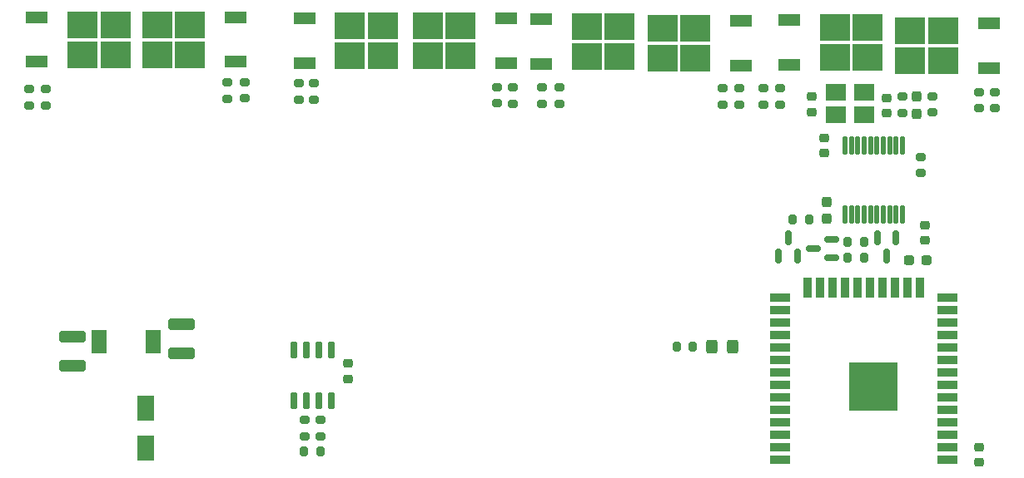
<source format=gbr>
%TF.GenerationSoftware,KiCad,Pcbnew,(5.99.0-12255-gad1ee958b0)*%
%TF.CreationDate,2022-02-21T16:33:45+02:00*%
%TF.ProjectId,esp32-ledstrip-driver,65737033-322d-46c6-9564-73747269702d,rev?*%
%TF.SameCoordinates,Original*%
%TF.FileFunction,Paste,Top*%
%TF.FilePolarity,Positive*%
%FSLAX46Y46*%
G04 Gerber Fmt 4.6, Leading zero omitted, Abs format (unit mm)*
G04 Created by KiCad (PCBNEW (5.99.0-12255-gad1ee958b0)) date 2022-02-21 16:33:45*
%MOMM*%
%LPD*%
G01*
G04 APERTURE LIST*
G04 Aperture macros list*
%AMRoundRect*
0 Rectangle with rounded corners*
0 $1 Rounding radius*
0 $2 $3 $4 $5 $6 $7 $8 $9 X,Y pos of 4 corners*
0 Add a 4 corners polygon primitive as box body*
4,1,4,$2,$3,$4,$5,$6,$7,$8,$9,$2,$3,0*
0 Add four circle primitives for the rounded corners*
1,1,$1+$1,$2,$3*
1,1,$1+$1,$4,$5*
1,1,$1+$1,$6,$7*
1,1,$1+$1,$8,$9*
0 Add four rect primitives between the rounded corners*
20,1,$1+$1,$2,$3,$4,$5,0*
20,1,$1+$1,$4,$5,$6,$7,0*
20,1,$1+$1,$6,$7,$8,$9,0*
20,1,$1+$1,$8,$9,$2,$3,0*%
G04 Aperture macros list end*
%ADD10RoundRect,0.200000X-0.200000X-0.275000X0.200000X-0.275000X0.200000X0.275000X-0.200000X0.275000X0*%
%ADD11RoundRect,0.200000X-0.275000X0.200000X-0.275000X-0.200000X0.275000X-0.200000X0.275000X0.200000X0*%
%ADD12RoundRect,0.150000X0.150000X-0.587500X0.150000X0.587500X-0.150000X0.587500X-0.150000X-0.587500X0*%
%ADD13RoundRect,0.125000X-0.125000X0.825000X-0.125000X-0.825000X0.125000X-0.825000X0.125000X0.825000X0*%
%ADD14R,3.050000X2.750000*%
%ADD15R,2.200000X1.200000*%
%ADD16RoundRect,0.200000X0.275000X-0.200000X0.275000X0.200000X-0.275000X0.200000X-0.275000X-0.200000X0*%
%ADD17RoundRect,0.250000X-1.100000X0.325000X-1.100000X-0.325000X1.100000X-0.325000X1.100000X0.325000X0*%
%ADD18RoundRect,0.200000X0.200000X0.275000X-0.200000X0.275000X-0.200000X-0.275000X0.200000X-0.275000X0*%
%ADD19RoundRect,0.225000X-0.250000X0.225000X-0.250000X-0.225000X0.250000X-0.225000X0.250000X0.225000X0*%
%ADD20RoundRect,0.237500X0.237500X-0.287500X0.237500X0.287500X-0.237500X0.287500X-0.237500X-0.287500X0*%
%ADD21R,2.000000X0.900000*%
%ADD22R,0.900000X2.000000*%
%ADD23R,5.000000X5.000000*%
%ADD24RoundRect,0.250000X1.100000X-0.325000X1.100000X0.325000X-1.100000X0.325000X-1.100000X-0.325000X0*%
%ADD25RoundRect,0.225000X0.250000X-0.225000X0.250000X0.225000X-0.250000X0.225000X-0.250000X-0.225000X0*%
%ADD26RoundRect,0.250000X-0.325000X-0.450000X0.325000X-0.450000X0.325000X0.450000X-0.325000X0.450000X0*%
%ADD27R,2.100000X1.800000*%
%ADD28RoundRect,0.150000X0.587500X0.150000X-0.587500X0.150000X-0.587500X-0.150000X0.587500X-0.150000X0*%
%ADD29RoundRect,0.150000X-0.150000X0.587500X-0.150000X-0.587500X0.150000X-0.587500X0.150000X0.587500X0*%
%ADD30RoundRect,0.150000X-0.150000X0.725000X-0.150000X-0.725000X0.150000X-0.725000X0.150000X0.725000X0*%
%ADD31R,1.500000X2.400000*%
%ADD32RoundRect,0.237500X0.287500X0.237500X-0.287500X0.237500X-0.287500X-0.237500X0.287500X-0.237500X0*%
%ADD33R,1.800000X2.500000*%
G04 APERTURE END LIST*
D10*
%TO.C,R22*%
X153375000Y-95600000D03*
X155025000Y-95600000D03*
%TD*%
D11*
%TO.C,R13*%
X142300000Y-79975000D03*
X142300000Y-81625000D03*
%TD*%
D12*
%TO.C,D5*%
X146350000Y-97037500D03*
X148250000Y-97037500D03*
X147300000Y-95162500D03*
%TD*%
D11*
%TO.C,R12*%
X144800000Y-79975000D03*
X144800000Y-81625000D03*
%TD*%
D13*
%TO.C,U4*%
X158925000Y-85800000D03*
X158275000Y-85800000D03*
X157625000Y-85800000D03*
X156975000Y-85800000D03*
X156325000Y-85800000D03*
X155675000Y-85800000D03*
X155025000Y-85800000D03*
X154375000Y-85800000D03*
X153725000Y-85800000D03*
X153075000Y-85800000D03*
X153075000Y-92800000D03*
X153725000Y-92800000D03*
X154375000Y-92800000D03*
X155025000Y-92800000D03*
X155675000Y-92800000D03*
X156325000Y-92800000D03*
X156975000Y-92800000D03*
X157625000Y-92800000D03*
X158275000Y-92800000D03*
X158925000Y-92800000D03*
%TD*%
D14*
%TO.C,Q6*%
X130175000Y-73675000D03*
X126825000Y-76725000D03*
X130175000Y-76725000D03*
X126825000Y-73675000D03*
D15*
X122200000Y-72920000D03*
X122200000Y-77480000D03*
%TD*%
D10*
%TO.C,R26*%
X135975000Y-106300000D03*
X137625000Y-106300000D03*
%TD*%
D16*
%TO.C,R8*%
X124000000Y-81525000D03*
X124000000Y-79875000D03*
%TD*%
%TO.C,R6*%
X146500000Y-81625000D03*
X146500000Y-79975000D03*
%TD*%
D17*
%TO.C,C2*%
X74500000Y-105300000D03*
X74500000Y-108250000D03*
%TD*%
D14*
%TO.C,Q1*%
X86475000Y-73475000D03*
X86475000Y-76525000D03*
X83125000Y-73475000D03*
X83125000Y-76525000D03*
D15*
X91100000Y-77280000D03*
X91100000Y-72720000D03*
%TD*%
D16*
%TO.C,R3*%
X90300000Y-81025000D03*
X90300000Y-79375000D03*
%TD*%
%TO.C,R10*%
X99100000Y-81125000D03*
X99100000Y-79475000D03*
%TD*%
D18*
%TO.C,R25*%
X149425000Y-93300000D03*
X147775000Y-93300000D03*
%TD*%
D10*
%TO.C,R19*%
X98050000Y-116975000D03*
X99700000Y-116975000D03*
%TD*%
D14*
%TO.C,Q7*%
X110625000Y-76625000D03*
X113975000Y-73575000D03*
X110625000Y-73575000D03*
X113975000Y-76625000D03*
D15*
X118600000Y-77380000D03*
X118600000Y-72820000D03*
%TD*%
D19*
%TO.C,C3*%
X166700000Y-116500000D03*
X166700000Y-118050000D03*
%TD*%
D14*
%TO.C,Q8*%
X102725000Y-73575000D03*
X106075000Y-76625000D03*
X102725000Y-76625000D03*
X106075000Y-73575000D03*
D15*
X98100000Y-72820000D03*
X98100000Y-77380000D03*
%TD*%
D16*
%TO.C,R9*%
X117700000Y-81500000D03*
X117700000Y-79850000D03*
%TD*%
%TO.C,R7*%
X140600000Y-81625000D03*
X140600000Y-79975000D03*
%TD*%
D20*
%TO.C,D3*%
X151200000Y-93275000D03*
X151200000Y-91525000D03*
%TD*%
D11*
%TO.C,R11*%
X168300000Y-80375000D03*
X168300000Y-82025000D03*
%TD*%
D21*
%TO.C,U1*%
X163500000Y-117805000D03*
X163500000Y-116535000D03*
X163500000Y-115265000D03*
X163500000Y-113995000D03*
X163500000Y-112725000D03*
X163500000Y-111455000D03*
X163500000Y-110185000D03*
X163500000Y-108915000D03*
X163500000Y-107645000D03*
X163500000Y-106375000D03*
X163500000Y-105105000D03*
X163500000Y-103835000D03*
X163500000Y-102565000D03*
X163500000Y-101295000D03*
D22*
X160715000Y-100295000D03*
X159445000Y-100295000D03*
X158175000Y-100295000D03*
X156905000Y-100295000D03*
X155635000Y-100295000D03*
X154365000Y-100295000D03*
X153095000Y-100295000D03*
X151825000Y-100295000D03*
X150555000Y-100295000D03*
X149285000Y-100295000D03*
D21*
X146500000Y-101295000D03*
X146500000Y-102565000D03*
X146500000Y-103835000D03*
X146500000Y-105105000D03*
X146500000Y-106375000D03*
X146500000Y-107645000D03*
X146500000Y-108915000D03*
X146500000Y-110185000D03*
X146500000Y-111455000D03*
X146500000Y-112725000D03*
X146500000Y-113995000D03*
X146500000Y-115265000D03*
X146500000Y-116535000D03*
X146500000Y-117805000D03*
D23*
X156000000Y-110305000D03*
%TD*%
D11*
%TO.C,R14*%
X122300000Y-79875000D03*
X122300000Y-81525000D03*
%TD*%
D14*
%TO.C,Q2*%
X75525000Y-76525000D03*
X75525000Y-73475000D03*
X78875000Y-76525000D03*
X78875000Y-73475000D03*
D15*
X70900000Y-72720000D03*
X70900000Y-77280000D03*
%TD*%
D20*
%TO.C,D2*%
X160400000Y-82575000D03*
X160400000Y-80825000D03*
%TD*%
D11*
%TO.C,R1*%
X92000000Y-79350000D03*
X92000000Y-81000000D03*
%TD*%
%TO.C,R18*%
X98100000Y-113750000D03*
X98100000Y-115400000D03*
%TD*%
D18*
%TO.C,R23*%
X155025000Y-97200000D03*
X153375000Y-97200000D03*
%TD*%
D16*
%TO.C,R5*%
X166700000Y-82025000D03*
X166700000Y-80375000D03*
%TD*%
D14*
%TO.C,Q3*%
X163075000Y-77125000D03*
X159725000Y-74075000D03*
X159725000Y-77125000D03*
X163075000Y-74075000D03*
D15*
X167700000Y-77880000D03*
X167700000Y-73320000D03*
%TD*%
D24*
%TO.C,C1*%
X85600000Y-106950000D03*
X85600000Y-104000000D03*
%TD*%
D11*
%TO.C,R2*%
X71800000Y-80075000D03*
X71800000Y-81725000D03*
%TD*%
D25*
%TO.C,C4*%
X102500000Y-109550000D03*
X102500000Y-108000000D03*
%TD*%
D26*
%TO.C,D6*%
X139575000Y-106300000D03*
X141625000Y-106300000D03*
%TD*%
D27*
%TO.C,Y1*%
X155050000Y-80350000D03*
X152150000Y-80350000D03*
X152150000Y-82650000D03*
X155050000Y-82650000D03*
%TD*%
D14*
%TO.C,Q5*%
X134525000Y-73875000D03*
X137875000Y-76925000D03*
X137875000Y-73875000D03*
X134525000Y-76925000D03*
D15*
X142500000Y-77680000D03*
X142500000Y-73120000D03*
%TD*%
D28*
%TO.C,Q10*%
X151737500Y-97250000D03*
X151737500Y-95350000D03*
X149862500Y-96300000D03*
%TD*%
D11*
%TO.C,R17*%
X99700000Y-113750000D03*
X99700000Y-115400000D03*
%TD*%
D29*
%TO.C,Q9*%
X158250000Y-95162500D03*
X156350000Y-95162500D03*
X157300000Y-97037500D03*
%TD*%
D25*
%TO.C,C5*%
X157300000Y-82500000D03*
X157300000Y-80950000D03*
%TD*%
D30*
%TO.C,U3*%
X100805000Y-106600000D03*
X99535000Y-106600000D03*
X98265000Y-106600000D03*
X96995000Y-106600000D03*
X96995000Y-111750000D03*
X98265000Y-111750000D03*
X99535000Y-111750000D03*
X100805000Y-111750000D03*
%TD*%
D31*
%TO.C,L1*%
X82750000Y-105775000D03*
X77250000Y-105775000D03*
%TD*%
D11*
%TO.C,R15*%
X119300000Y-79875000D03*
X119300000Y-81525000D03*
%TD*%
D32*
%TO.C,D4*%
X161375000Y-97500000D03*
X159625000Y-97500000D03*
%TD*%
D16*
%TO.C,R21*%
X160800000Y-88625000D03*
X160800000Y-86975000D03*
%TD*%
D25*
%TO.C,C8*%
X161200000Y-95450000D03*
X161200000Y-93900000D03*
%TD*%
D16*
%TO.C,R4*%
X70100000Y-81725000D03*
X70100000Y-80075000D03*
%TD*%
D11*
%TO.C,R16*%
X97500000Y-79475000D03*
X97500000Y-81125000D03*
%TD*%
D19*
%TO.C,C6*%
X149700000Y-80825000D03*
X149700000Y-82375000D03*
%TD*%
D16*
%TO.C,R20*%
X158900000Y-82450000D03*
X158900000Y-80800000D03*
%TD*%
D14*
%TO.C,Q4*%
X152025000Y-76825000D03*
X155375000Y-73775000D03*
X152025000Y-73775000D03*
X155375000Y-76825000D03*
D15*
X147400000Y-73020000D03*
X147400000Y-77580000D03*
%TD*%
D33*
%TO.C,D1*%
X82000000Y-112575000D03*
X82000000Y-116575000D03*
%TD*%
D19*
%TO.C,C7*%
X151000000Y-85025000D03*
X151000000Y-86575000D03*
%TD*%
D11*
%TO.C,R24*%
X162000000Y-80775000D03*
X162000000Y-82425000D03*
%TD*%
M02*

</source>
